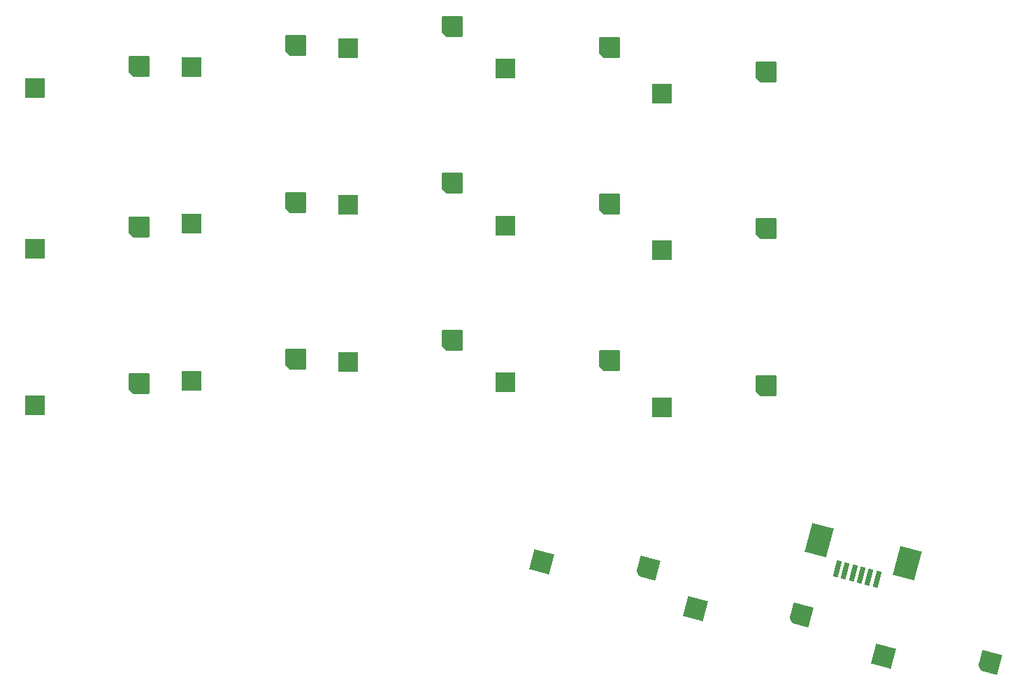
<source format=gbp>
G04 #@! TF.GenerationSoftware,KiCad,Pcbnew,7.0.5*
G04 #@! TF.CreationDate,2024-01-08T16:38:30+08:00*
G04 #@! TF.ProjectId,awkb_v2_mx,61776b62-5f76-4325-9f6d-782e6b696361,rev?*
G04 #@! TF.SameCoordinates,Original*
G04 #@! TF.FileFunction,Paste,Bot*
G04 #@! TF.FilePolarity,Positive*
%FSLAX46Y46*%
G04 Gerber Fmt 4.6, Leading zero omitted, Abs format (unit mm)*
G04 Created by KiCad (PCBNEW 7.0.5) date 2024-01-08 16:38:30*
%MOMM*%
%LPD*%
G01*
G04 APERTURE LIST*
G04 Aperture macros list*
%AMRotRect*
0 Rectangle, with rotation*
0 The origin of the aperture is its center*
0 $1 length*
0 $2 width*
0 $3 Rotation angle, in degrees counterclockwise*
0 Add horizontal line*
21,1,$1,$2,0,0,$3*%
%AMFreePoly0*
4,1,19,1.208016,1.234829,1.224089,1.224089,1.234829,1.208016,1.238600,1.189056,1.238600,-1.189056,1.234829,-1.208016,1.224089,-1.224089,1.208016,-1.234829,1.189056,-1.238600,0.000000,-1.238600,-0.743160,-1.238600,-1.238600,-0.743160,-1.238600,1.189056,-1.234829,1.208016,-1.224089,1.224089,-1.208016,1.234829,-1.189056,1.238600,1.189056,1.238600,1.208016,1.234829,1.208016,1.234829,
$1*%
G04 Aperture macros list end*
%ADD10RotRect,2.489200X2.489200X345.000000*%
%ADD11FreePoly0,345.000000*%
%ADD12R,2.489200X2.489200*%
%ADD13FreePoly0,0.000000*%
%ADD14RotRect,0.610000X2.000000X345.000000*%
%ADD15RotRect,2.680000X3.600000X345.000000*%
G04 APERTURE END LIST*
D10*
X172381048Y-133347074D03*
D11*
X185235300Y-134089083D03*
D12*
X149370252Y-67895634D03*
D13*
X161978552Y-65285434D03*
D12*
X149370252Y-86895594D03*
D13*
X161978552Y-84285394D03*
D10*
X153827423Y-127650213D03*
D11*
X166681675Y-128392222D03*
D12*
X149370252Y-105895994D03*
D13*
X161978552Y-103285794D03*
D12*
X92370452Y-70195794D03*
D13*
X104978752Y-67585594D03*
D12*
X168369950Y-89895994D03*
D13*
X180978250Y-87285794D03*
D12*
X168369950Y-70896194D03*
D13*
X180978250Y-68285994D03*
D12*
X92370452Y-108695594D03*
D13*
X104978752Y-106085394D03*
D12*
X111370652Y-105695394D03*
D13*
X123978952Y-103085194D03*
D10*
X195199822Y-139077201D03*
D11*
X208054074Y-139819210D03*
D12*
X111370652Y-67696194D03*
D13*
X123978952Y-65085994D03*
D12*
X92370452Y-89695194D03*
D13*
X104978752Y-87084994D03*
D12*
X130370052Y-65395434D03*
D13*
X142978352Y-62785234D03*
D12*
X168369950Y-108895994D03*
D13*
X180978250Y-106285794D03*
D12*
X130370052Y-103395594D03*
D13*
X142978352Y-100785394D03*
D12*
X130370052Y-84395394D03*
D13*
X142978352Y-81785194D03*
D12*
X111370652Y-86695794D03*
D13*
X123978952Y-84085594D03*
D14*
X189587523Y-128476699D03*
X190553449Y-128735518D03*
X191519375Y-128994337D03*
X192485301Y-129253156D03*
X193451226Y-129511975D03*
X194417152Y-129770794D03*
D15*
X187424098Y-124998238D03*
X198029964Y-127840071D03*
M02*

</source>
